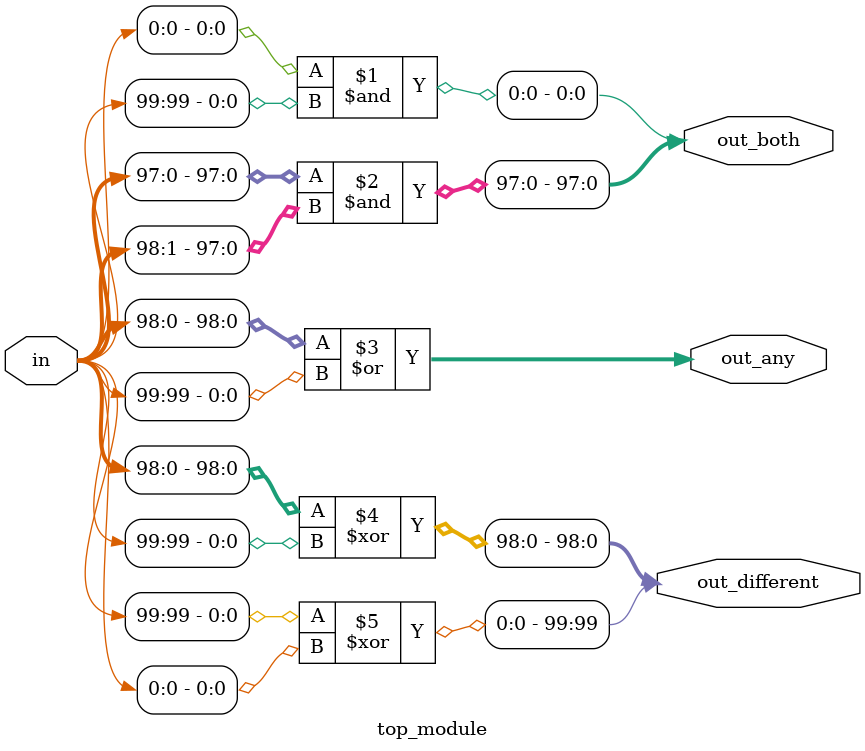
<source format=sv>
module top_module (
    input [99:0] in,
    output [98:0] out_both,
    output [99:1] out_any,
    output [99:0] out_different
);

    // Output for bit i in out_both
    // is 1 if in[i] and in[i+1] are both 1
    // Boundary condition: in[99] does not have a left neighbor
    assign out_both[0] = in[0] & in[99];
    assign out_both[97:0] = in[97:0] & in[98:1];

    // Output for bit i in out_any
    // is 1 if in[i] or in[i+1] are 1
    // Boundary condition: in[0] does not have a right neighbor
    assign out_any[99:1] = in[98:0] | in[99];

    // Output for bit i in out_different
    // is 1 if in[i] is different from in[i+1]
    // Boundary condition: in[99]'s neighbor to the left is in[0]
    assign out_different[98:0] = in[98:0] ^ in[99];
    assign out_different[99] = in[99] ^ in[0];

endmodule

</source>
